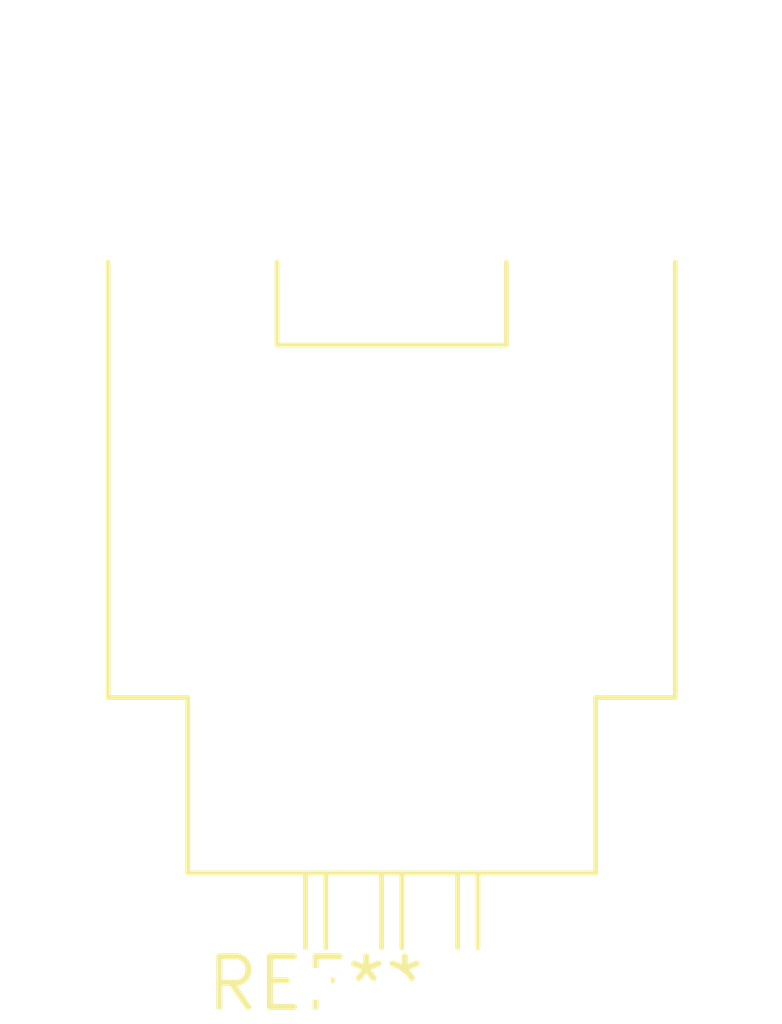
<source format=kicad_pcb>
(kicad_pcb (version 20240108) (generator pcbnew)
  (layers (0 "F.Cu" signal) (31 "B.Cu" signal) (34 "B.Paste" user) (35 "F.Paste" user) (36 "B.SilkS" user "B.Silkscreen") (37 "F.SilkS" user "F.Silkscreen") (38 "B.Mask" user) (39 "F.Mask" user) (44 "Edge.Cuts" user))
  (net 0 "")
  (footprint "Allegro_CB_PFF" (layer "F.Cu") (at 0 0)
    (property "Reference" "REF**")
    (property "Value" "Allegro_CB_PFF")
    (fp_line (start -5.21 -7.18) (end -5.21 -18.1) (layer "F.SilkS") (stroke (width 0.12)))
    (fp_line (start -3.21 -7.18) (end -5.21 -7.18) (layer "F.SilkS") (stroke (width 0.12)))
    (fp_line (start -3.21 -2.78) (end -3.21 -7.18) (layer "F.SilkS") (stroke (width 0.12)))
    (fp_line (start -0.97 -16.02) (end -0.97 -18.1) (layer "F.SilkS") (stroke (width 0.12)))
    (fp_line (start -0.97 -16.02) (end 4.79 -16.02) (layer "F.SilkS") (stroke (width 0.12)))
    (fp_line (start -0.255 -2.78) (end -0.255 -0.9) (layer "F.SilkS") (stroke (width 0.12)))
    (fp_line (start 0.255 -2.78) (end 0.255 -0.9) (layer "F.SilkS") (stroke (width 0.12)))
    (fp_line (start 1.655 -2.78) (end 1.655 -0.9) (layer "F.SilkS") (stroke (width 0.12)))
    (fp_line (start 2.165 -2.78) (end 2.165 -0.9) (layer "F.SilkS") (stroke (width 0.12)))
    (fp_line (start 3.565 -2.78) (end 3.565 -0.9) (layer "F.SilkS") (stroke (width 0.12)))
    (fp_line (start 4.075 -2.78) (end 4.075 -0.9) (layer "F.SilkS") (stroke (width 0.12)))
    (fp_line (start 4.79 -16.02) (end 4.79 -18.1) (layer "F.SilkS") (stroke (width 0.12)))
    (fp_line (start 7.03 -7.18) (end 9.03 -7.18) (layer "F.SilkS") (stroke (width 0.12)))
    (fp_line (start 7.03 -2.78) (end -3.21 -2.78) (layer "F.SilkS") (stroke (width 0.12)))
    (fp_line (start 7.03 -2.78) (end 7.03 -7.18) (layer "F.SilkS") (stroke (width 0.12)))
    (fp_line (start 9.03 -7.18) (end 9.03 -18.1) (layer "F.SilkS") (stroke (width 0.12)))
    (pad "1" thru_hole rect (at 0 0) (size 1.5 1.5) (drill 0.8) (layers *.Cu *.Mask) (remove_unused_layers))
    (pad "2" thru_hole circle (at 1.91 0) (size 1.5 1.5) (drill 0.8) (layers *.Cu *.Mask) (remove_unused_layers))
    (pad "3" thru_hole circle (at 3.82 0) (size 1.5 1.5) (drill 0.8) (layers *.Cu *.Mask) (remove_unused_layers))
    (pad "4" thru_hole oval (at 2.96 -22.03 65) (size 0.8 0.8) (drill 0.5) (layers *.Cu *.Mask) (remove_unused_layers))
    (pad "4" thru_hole oval (at 2.96 -20.77 295) (size 0.8 0.8) (drill 0.5) (layers *.Cu *.Mask) (remove_unused_layers))
    (pad "4" thru_hole circle (at 3.71 -23.06) (size 0.8 0.8) (drill 0.5) (layers *.Cu *.Mask) (remove_unused_layers))
    (pad "4" thru_hole circle (at 3.71 -19.74) (size 0.8 0.8) (drill 0.5) (layers *.Cu *.Mask) (remove_unused_layers))
    (pad "4" thru_hole circle (at 4.91 -23.45) (size 0.8 0.8) (drill 0.5) (layers *.Cu *.Mask) (remove_unused_layers))
    (pad "4" thru_hole circle (at 4.91 -19.35) (size 0.8 0.8) (drill 0.5) (layers *.Cu *.Mask) (remove_unused_layers))
    (pad "4" thru_hole circle (at 6.24 -23.45) (size 0.8 0.8) (drill 0.5) (layers *.Cu *.Mask) (remove_unused_layers))
    (pad "4" thru_hole circle (at 6.24 -19.35) (size 0.8 0.8) (drill 0.5) (layers *.Cu *.Mask) (remove_unused_layers))
    (pad "4" thru_hole oval (at 6.91 -21.4) (size 9 6) (drill oval 6 2) (layers *.Cu *.Mask) (remove_unused_layers))
    (pad "4" thru_hole circle (at 7.58 -23.45) (size 0.8 0.8) (drill 0.5) (layers *.Cu *.Mask) (remove_unused_layers))
    (pad "4" thru_hole circle (at 7.58 -19.35) (size 0.8 0.8) (drill 0.5) (layers *.Cu *.Mask) (remove_unused_layers))
    (pad "4" thru_hole circle (at 8.91 -23.45) (size 0.8 0.8) (drill 0.5) (layers *.Cu *.Mask) (remove_unused_layers))
    (pad "4" thru_hole circle (at 8.91 -19.35) (size 0.8 0.8) (drill 0.5) (layers *.Cu *.Mask) (remove_unused_layers))
    (pad "4" thru_hole circle (at 10.11 -23.06) (size 0.8 0.8) (drill 0.5) (layers *.Cu *.Mask) (remove_unused_layers))
    (pad "4" thru_hole circle (at 10.11 -19.74) (size 0.8 0.8) (drill 0.5) (layers *.Cu *.Mask) (remove_unused_layers))
    (pad "4" thru_hole circle (at 10.86 -22.03) (size 0.8 0.8) (drill 0.5) (layers *.Cu *.Mask) (remove_unused_layers))
    (pad "4" thru_hole circle (at 10.86 -20.77) (size 0.8 0.8) (drill 0.5) (layers *.Cu *.Mask) (remove_unused_layers))
    (pad "5" thru_hole circle (at -7.04 -22.03) (size 0.8 0.8) (drill 0.5) (layers *.Cu *.Mask) (remove_unused_layers))
    (pad "5" thru_hole circle (at -7.04 -20.77) (size 0.8 0.8) (drill 0.5) (layers *.Cu *.Mask) (remove_unused_layers))
    (pad "5" thru_hole circle (at -6.29 -23.06) (size 0.8 0.8) (drill 0.5) (layers *.Cu *.Mask) (remove_unused_layers))
    (pad "5" thru_hole circle (at -6.29 -19.74) (size 0.8 0.8) (drill 0.5) (layers *.Cu *.Mask) (remove_unused_layers))
    (pad "5" thru_hole circle (at -5.09 -23.45) (size 0.8 0.8) (drill 0.5) (layers *.Cu *.Mask) (remove_unused_layers))
    (pad "5" thru_hole circle (at -5.09 -19.35) (size 0.8 0.8) (drill 0.5) (layers *.Cu *.Mask) (remove_unused_layers))
    (pad "5" thru_hole circle (at -3.76 -23.45) (size 0.8 0.8) (drill 0.5) (layers *.Cu *.Mask) (remove_unused_layers))
    (pad "5" thru_hole circle (at -3.76 -19.35) (size 0.8 0.8) (drill 0.5) (layers *.Cu *.Mask) (remove_unused_layers))
    (pad "5" thru_hole oval (at -3.09 -21.4) (size 9 6) (drill oval 6 2) (layers *.Cu *.Mask) (remove_unused_layers))
    (pad "5" thru_hole circle (at -2.42 -23.45) (size 0.8 0.8) (drill 0.5) (layers *.Cu *.Mask) (remove_unused_layers))
    (pad "5" thru_hole circle (at -2.42 -19.35) (size 0.8 0.8) (drill 0.5) (layers *.Cu *.Mask) (remove_unused_layers))
    (pad "5" thru_hole circle (at -1.09 -23.45) (size 0.8 0.8) (drill 0.5) (layers *.Cu *.Mask) (remove_unused_layers))
    (pad "5" thru_hole circle (at -1.09 -19.35) (size 0.8 0.8) (drill 0.5) (layers *.Cu *.Mask) (remove_unused_layers))
    (pad "5" thru_hole circle (at 0.11 -23.06) (size 0.8 0.8) (drill 0.5) (layers *.Cu *.Mask) (remove_unused_layers))
    (pad "5" thru_hole circle (at 0.11 -19.74) (size 0.8 0.8) (drill 0.5) (layers *.Cu *.Mask) (remove_unused_layers))
    (pad "5" thru_hole oval (at 0.86 -22.03 295) (size 0.8 0.8) (drill 0.5) (layers *.Cu *.Mask) (remove_unused_layers))
    (pad "5" thru_hole oval (at 0.86 -20.77 65) (size 0.8 0.8) (drill 0.5) (layers *.Cu *.Mask) (remove_unused_layers))
  )
)
</source>
